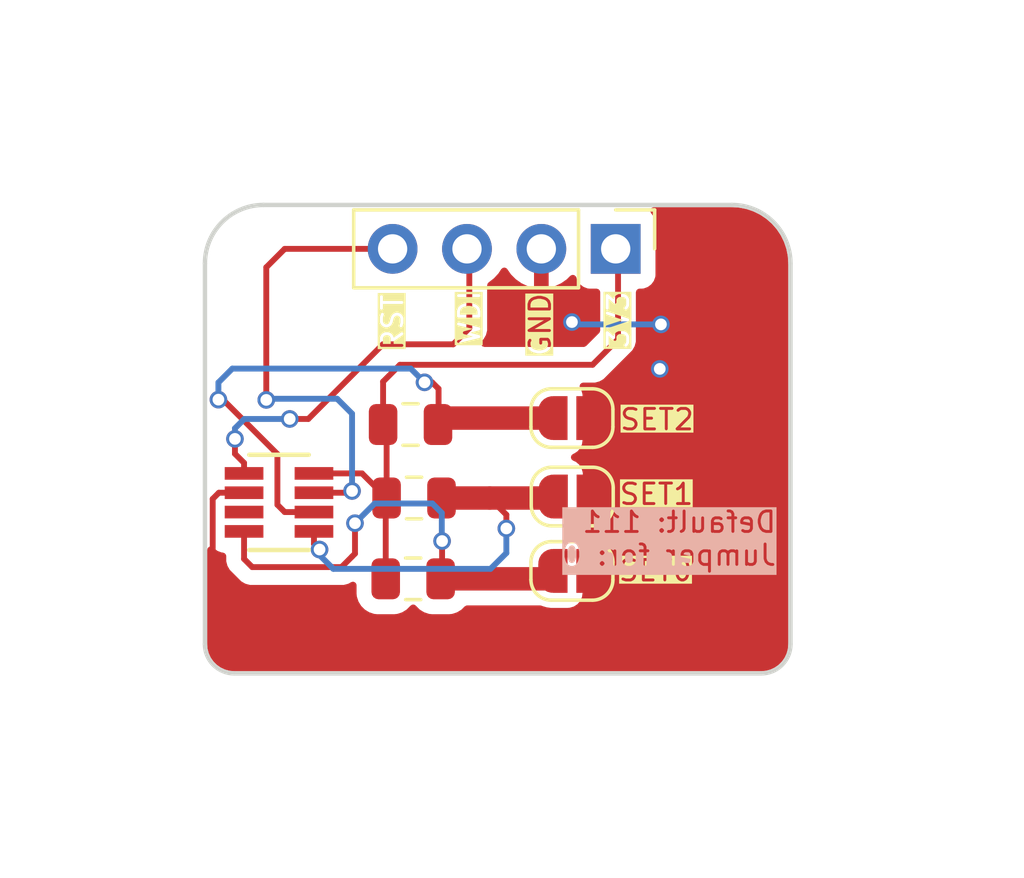
<source format=kicad_pcb>
(kicad_pcb (version 20240108) (generator "pcbnew") (generator_version "8.0")
  (layers (0 "F.Cu" signal) (31 "B.Cu" signal) (34 "B.Paste" user) (35 "F.Paste" user) (36 "B.SilkS" user "B.Silkscreen") (37 "F.SilkS" user "F.Silkscreen") (38 "B.Mask" user) (39 "F.Mask" user) (44 "Edge.Cuts" user))
  (net 0 "")
  (net 1 "GND")
  (net 2 "+3V3")
  (net 3 "RST")
  (net 5 "D8")
  (net 6 "Net-(JP1-B)")
  (net 7 "Net-(JP2-B)")
  (net 8 "Net-(JP3-B)")
  (footprint "Resistor_SMD:R_0805_2012Metric" (layer "F.Cu") (at 115.9375 94.84)
    (property "Reference" "R11" (hide yes))
    (property "Value" "10K")
    (fp_line (start -0.258578 -0.71) (end 0.258578 -0.71) (stroke (width 0.12)) (layer "F.SilkS"))
    (fp_line (start -0.258578 0.71) (end 0.258578 0.71) (stroke (width 0.12)) (layer "F.SilkS"))
    (pad "1" smd roundrect (at -0.9375 0) (size 0.975 1.4) (layers "F.Cu" "F.Paste" "F.Mask") (net 2 "+3V3"))
    (pad "2" smd roundrect (at 0.9375 0) (size 0.975 1.4) (layers "F.Cu" "F.Paste" "F.Mask") (net 6 "Net-(JP1-B)"))
  )
  (footprint "Resistor_SMD:R_0805_2012Metric" (layer "F.Cu") (at 115.8475 89.57 180)
    (property "Reference" "R12" (hide yes))
    (property "Value" "10K")
    (fp_line (start -0.258578 0.71) (end 0.258578 0.71) (stroke (width 0.12)) (layer "F.SilkS"))
    (fp_line (start -0.258578 -0.71) (end 0.258578 -0.71) (stroke (width 0.12)) (layer "F.SilkS"))
    (pad "1" smd roundrect (at -0.9375 0 180) (size 0.975 1.4) (layers "F.Cu" "F.Paste" "F.Mask") (net 8 "Net-(JP3-B)"))
    (pad "2" smd roundrect (at 0.9375 0 180) (size 0.975 1.4) (layers "F.Cu" "F.Paste" "F.Mask") (net 2 "+3V3"))
  )
  (footprint "Resistor_SMD:R_0805_2012Metric" (layer "F.Cu") (at 115.9675 92.08 180)
    (property "Reference" "R13" (hide yes))
    (property "Value" "10K")
    (fp_line (start -0.258578 0.71) (end 0.258578 0.71) (stroke (width 0.12)) (layer "F.SilkS"))
    (fp_line (start -0.258578 -0.71) (end 0.258578 -0.71) (stroke (width 0.12)) (layer "F.SilkS"))
    (pad "1" smd roundrect (at -0.9375 0 180) (size 0.975 1.4) (layers "F.Cu" "F.Paste" "F.Mask") (net 7 "Net-(JP2-B)"))
    (pad "2" smd roundrect (at 0.9375 0 180) (size 0.975 1.4) (layers "F.Cu" "F.Paste" "F.Mask") (net 2 "+3V3"))
  )
  (footprint "MAX6369KAT:21-0078H" (layer "F.Cu") (at 111.355 92.23)
    (property "Reference" "U6" (hide yes))
    (property "Value" "MAX6369KAT" (hide yes))
    (fp_line (start -1.016 1.6256) (end 1.016 1.6256) (stroke (width 0.1524)) (layer "F.SilkS"))
    (fp_line (start 1.016 -1.6256) (end -1.016 -1.6256) (stroke (width 0.1524)) (layer "F.SilkS"))
    (pad "1" smd rect (at -1.1938 -0.9906) (size 1.3208 0.4318) (layers "F.Cu" "F.Paste" "F.Mask") (net 5 "D8"))
    (pad "2" smd rect (at -1.1938 -0.3302) (size 1.3208 0.4318) (layers "F.Cu" "F.Paste" "F.Mask") (net 1 "GND"))
    (pad "3" smd rect (at -1.1938 0.3302) (size 1.3208 0.4318) (layers "F.Cu" "F.Paste" "F.Mask"))
    (pad "4" smd rect (at -1.1938 0.9906) (size 1.3208 0.4318) (layers "F.Cu" "F.Paste" "F.Mask") (net 6 "Net-(JP1-B)"))
    (pad "5" smd rect (at 1.1938 0.9906) (size 1.3208 0.4318) (layers "F.Cu" "F.Paste" "F.Mask") (net 7 "Net-(JP2-B)"))
    (pad "6" smd rect (at 1.1938 0.3302) (size 1.3208 0.4318) (layers "F.Cu" "F.Paste" "F.Mask") (net 8 "Net-(JP3-B)"))
    (pad "7" smd rect (at 1.1938 -0.3302) (size 1.3208 0.4318) (layers "F.Cu" "F.Paste" "F.Mask") (net 3 "RST"))
    (pad "8" smd rect (at 1.1938 -0.9906) (size 1.3208 0.4318) (layers "F.Cu" "F.Paste" "F.Mask") (net 2 "+3V3"))
  )
  (footprint "Jumper:SolderJumper-2_P1.3mm_Open_RoundedPad1.0x1.5mm" (layer "F.Cu") (at 121.36 94.57 180)
    (property "Reference" "JP1" (hide yes))
    (property "Value" "Jumper_2_Open")
    (fp_line (start 1.4 -0.3) (end 1.4 0.3) (stroke (width 0.12)) (layer "F.SilkS"))
    (fp_line (start 0.7 1) (end -0.7 1) (stroke (width 0.12)) (layer "F.SilkS"))
    (fp_line (start -0.7 -1) (end 0.7 -1) (stroke (width 0.12)) (layer "F.SilkS"))
    (fp_line (start -1.4 0.3) (end -1.4 -0.3) (stroke (width 0.12)) (layer "F.SilkS"))
    (fp_arc (start 1.4 0.3) (mid 1.194975 0.794975) (end 0.7 1) (stroke (width 0.12)) (layer "F.SilkS"))
    (fp_arc (start 0.7 -1) (mid 1.194975 -0.794975) (end 1.4 -0.3) (stroke (width 0.12)) (layer "F.SilkS"))
    (fp_arc (start -0.7 1) (mid -1.194975 0.794975) (end -1.4 0.3) (stroke (width 0.12)) (layer "F.SilkS"))
    (fp_arc (start -1.4 -0.3) (mid -1.194975 -0.794975) (end -0.7 -1) (stroke (width 0.12)) (layer "F.SilkS"))
    (pad "1" smd custom (at -0.65 0 180) (size 1 0.5) (layers "F.Cu" "F.Mask") (net 1 "GND") (options (clearance outline) (anchor rect)) (primitives (gr_circle (center 0 0.25) (end 0.5 0.25) (width 0) (fill yes)) (gr_circle (center 0 -0.25) (end 0.5 -0.25) (width 0) (fill yes)) (gr_poly (pts (xy 0.5 0.75) (xy 0 0.75) (xy 0 -0.75) (xy 0.5 -0.75)) (width 0) (fill yes))))
    (pad "2" smd custom (at 0.65 0 180) (size 1 0.5) (layers "F.Cu" "F.Mask") (net 6 "Net-(JP1-B)") (options (clearance outline) (anchor rect)) (primitives (gr_circle (center 0 0.25) (end 0.5 0.25) (width 0) (fill yes)) (gr_circle (center 0 -0.25) (end 0.5 -0.25) (width 0) (fill yes)) (gr_poly (pts (xy 0 0.75) (xy -0.5 0.75) (xy -0.5 -0.75) (xy 0 -0.75)) (width 0) (fill yes))))
  )
  (footprint "Jumper:SolderJumper-2_P1.3mm_Open_RoundedPad1.0x1.5mm" (layer "F.Cu") (at 121.37 92.03 180)
    (property "Reference" "JP2" (hide yes))
    (property "Value" "Jumper_2_Open")
    (fp_line (start 1.4 -0.3) (end 1.4 0.3) (stroke (width 0.12)) (layer "F.SilkS"))
    (fp_line (start 0.7 1) (end -0.7 1) (stroke (width 0.12)) (layer "F.SilkS"))
    (fp_line (start -0.7 -1) (end 0.7 -1) (stroke (width 0.12)) (layer "F.SilkS"))
    (fp_line (start -1.4 0.3) (end -1.4 -0.3) (stroke (width 0.12)) (layer "F.SilkS"))
    (fp_arc (start 1.4 0.3) (mid 1.194975 0.794975) (end 0.7 1) (stroke (width 0.12)) (layer "F.SilkS"))
    (fp_arc (start 0.7 -1) (mid 1.194975 -0.794975) (end 1.4 -0.3) (stroke (width 0.12)) (layer "F.SilkS"))
    (fp_arc (start -0.7 1) (mid -1.194975 0.794975) (end -1.4 0.3) (stroke (width 0.12)) (layer "F.SilkS"))
    (fp_arc (start -1.4 -0.3) (mid -1.194975 -0.794975) (end -0.7 -1) (stroke (width 0.12)) (layer "F.SilkS"))
    (pad "1" smd custom (at -0.65 0 180) (size 1 0.5) (layers "F.Cu" "F.Mask") (net 1 "GND") (options (clearance outline) (anchor rect)) (primitives (gr_circle (center 0 0.25) (end 0.5 0.25) (width 0) (fill yes)) (gr_circle (center 0 -0.25) (end 0.5 -0.25) (width 0) (fill yes)) (gr_poly (pts (xy 0.5 0.75) (xy 0 0.75) (xy 0 -0.75) (xy 0.5 -0.75)) (width 0) (fill yes))))
    (pad "2" smd custom (at 0.65 0 180) (size 1 0.5) (layers "F.Cu" "F.Mask") (net 7 "Net-(JP2-B)") (options (clearance outline) (anchor rect)) (primitives (gr_circle (center 0 0.25) (end 0.5 0.25) (width 0) (fill yes)) (gr_circle (center 0 -0.25) (end 0.5 -0.25) (width 0) (fill yes)) (gr_poly (pts (xy 0 0.75) (xy -0.5 0.75) (xy -0.5 -0.75) (xy 0 -0.75)) (width 0) (fill yes))))
  )
  (footprint "Connector_PinHeader_2.54mm:PinHeader_1x04_P2.54mm_Vertical" (layer "F.Cu") (at 122.855 83.57 -90)
    (property "Reference" "J1" (hide yes))
    (property "Value" "Conn_01x04_Pin")
    (fp_line (start -1.33 8.95) (end 1.33 8.95) (stroke (width 0.12)) (layer "F.SilkS"))
    (fp_line (start -1.33 1.27) (end -1.33 8.95) (stroke (width 0.12)) (layer "F.SilkS"))
    (fp_line (start -1.33 1.27) (end 1.33 1.27) (stroke (width 0.12)) (layer "F.SilkS"))
    (fp_line (start 1.33 1.27) (end 1.33 8.95) (stroke (width 0.12)) (layer "F.SilkS"))
    (fp_line (start -1.33 0) (end -1.33 -1.33) (stroke (width 0.12)) (layer "F.SilkS"))
    (fp_line (start -1.33 -1.33) (end 0 -1.33) (stroke (width 0.12)) (layer "F.SilkS"))
    (pad "1" thru_hole rect (at 0 0 270) (size 1.7 1.7) (drill 1) (layers "*.Cu" "*.Mask") (net 2 "+3V3"))
    (pad "2" thru_hole oval (at 0 2.54 270) (size 1.7 1.7) (drill 1) (layers "*.Cu" "*.Mask") (net 1 "GND"))
    (pad "3" thru_hole oval (at 0 5.08 270) (size 1.7 1.7) (drill 1) (layers "*.Cu" "*.Mask") (net 5 "D8"))
    (pad "4" thru_hole oval (at 0 7.62 270) (size 1.7 1.7) (drill 1) (layers "*.Cu" "*.Mask") (net 3 "RST"))
  )
  (footprint "Jumper:SolderJumper-2_P1.3mm_Open_RoundedPad1.0x1.5mm" (layer "F.Cu") (at 121.36 89.35 180)
    (property "Reference" "JP3" (hide yes))
    (property "Value" "Jumper_2_Open")
    (fp_line (start 1.4 -0.3) (end 1.4 0.3) (stroke (width 0.12)) (layer "F.SilkS"))
    (fp_line (start 0.7 1) (end -0.7 1) (stroke (width 0.12)) (layer "F.SilkS"))
    (fp_line (start -0.7 -1) (end 0.7 -1) (stroke (width 0.12)) (layer "F.SilkS"))
    (fp_line (start -1.4 0.3) (end -1.4 -0.3) (stroke (width 0.12)) (layer "F.SilkS"))
    (fp_arc (start 1.4 0.3) (mid 1.194975 0.794975) (end 0.7 1) (stroke (width 0.12)) (layer "F.SilkS"))
    (fp_arc (start 0.7 -1) (mid 1.194975 -0.794975) (end 1.4 -0.3) (stroke (width 0.12)) (layer "F.SilkS"))
    (fp_arc (start -0.7 1) (mid -1.194975 0.794975) (end -1.4 0.3) (stroke (width 0.12)) (layer "F.SilkS"))
    (fp_arc (start -1.4 -0.3) (mid -1.194975 -0.794975) (end -0.7 -1) (stroke (width 0.12)) (layer "F.SilkS"))
    (pad "1" smd custom (at -0.65 0 180) (size 1 0.5) (layers "F.Cu" "F.Mask") (net 1 "GND") (options (clearance outline) (anchor rect)) (primitives (gr_circle (center 0 0.25) (end 0.5 0.25) (width 0) (fill yes)) (gr_circle (center 0 -0.25) (end 0.5 -0.25) (width 0) (fill yes)) (gr_poly (pts (xy 0.5 0.75) (xy 0 0.75) (xy 0 -0.75) (xy 0.5 -0.75)) (width 0) (fill yes))))
    (pad "2" smd custom (at 0.65 0 180) (size 1 0.5) (layers "F.Cu" "F.Mask") (net 8 "Net-(JP3-B)") (options (clearance outline) (anchor rect)) (primitives (gr_circle (center 0 0.25) (end 0.5 0.25) (width 0) (fill yes)) (gr_circle (center 0 -0.25) (end 0.5 -0.25) (width 0) (fill yes)) (gr_poly (pts (xy 0 0.75) (xy -0.5 0.75) (xy -0.5 -0.75) (xy 0 -0.75)) (width 0) (fill yes))))
  )
  (gr_arc (start 109.825 98.07) (mid 109.117893 97.777107) (end 108.825 97.07) (stroke (width 0.15)) (layer "Edge.Cuts"))
  (gr_line (start 108.825 84.07) (end 108.825 97.07) (stroke (width 0.15)) (layer "Edge.Cuts"))
  (gr_arc (start 126.825 82.07) (mid 128.239214 82.655786) (end 128.825 84.07) (stroke (width 0.15)) (layer "Edge.Cuts"))
  (gr_arc (start 108.825 84.07) (mid 109.410786 82.655786) (end 110.825 82.07) (stroke (width 0.15)) (layer "Edge.Cuts"))
  (gr_line (start 109.825 98.07) (end 127.825 98.07) (stroke (width 0.15)) (layer "Edge.Cuts"))
  (gr_line (start 126.825 82.07) (end 110.825 82.07) (stroke (width 0.15)) (layer "Edge.Cuts"))
  (gr_line (start 128.825 97.07) (end 128.825 84.07) (stroke (width 0.15)) (layer "Edge.Cuts"))
  (gr_arc (start 128.825 97.07) (mid 128.532107 97.777107) (end 127.825 98.07) (stroke (width 0.15)) (layer "Edge.Cuts"))
  (gr_text "Default: 111\nJumper for: 0" (at 128.39 94.44 0) (layer "B.SilkS" knockout) (effects (font (size 0.7 0.7) (thickness 0.1)) (justify left bottom mirror)))
  (gr_text "SET0" (at 122.9 94.97 0) (layer "F.SilkS" knockout) (effects (font (size 0.7 0.7) (thickness 0.1)) (justify left bottom)))
  (gr_text "GND" (at 120.685 87.29 90) (layer "F.SilkS" knockout) (effects (font (size 0.7 0.7) (thickness 0.1)) (justify left bottom)))
  (gr_text "3V3" (at 123.355 87.03 90) (layer "F.SilkS" knockout) (effects (font (size 0.7 0.7) (thickness 0.1)) (justify left bottom)))
  (gr_text "SET2" (at 122.95 89.81 0) (layer "F.SilkS" knockout) (effects (font (size 0.7 0.7) (thickness 0.1)) (justify left bottom)))
  (gr_text "SET1" (at 122.93 92.36 0) (layer "F.SilkS" knockout) (effects (font (size 0.7 0.7) (thickness 0.1)) (justify left bottom)))
  (gr_text "WDI" (at 118.275 86.9 90) (layer "F.SilkS" knockout) (effects (font (size 0.7 0.7) (thickness 0.1)) (justify left bottom)))
  (gr_text "RST" (at 115.645 87.1 90) (layer "F.SilkS" knockout) (effects (font (size 0.7 0.7) (thickness 0.1)) (justify left bottom)))
  (segment (start 121.27 97.07) (end 122.05 96.29) (width 0.2) (layer "F.Cu") (net 1))
  (segment (start 109.3008 91.8998) (end 109.09 92.1106) (width 0.2) (layer "F.Cu") (net 1))
  (segment (start 110.05 97.07) (end 121.27 97.07) (width 0.2) (layer "F.Cu") (net 1))
  (segment (start 122.01 96.25) (end 122.01 94.57) (width 0.2) (layer "F.Cu") (net 1))
  (segment (start 123.7 89.35) (end 124.36 88.69) (width 0.2) (layer "F.Cu") (net 1))
  (segment (start 110.1612 91.8998) (end 109.3008 91.8998) (width 0.2) (layer "F.Cu") (net 1))
  (segment (start 109.09 92.1106) (end 109.09 96.11) (width 0.2) (layer "F.Cu") (net 1))
  (segment (start 122.05 96.29) (end 122.01 96.25) (width 0.2) (layer "F.Cu") (net 1))
  (segment (start 124.36 88.69) (end 124.36 87.67) (width 0.2) (layer "F.Cu") (net 1))
  (segment (start 109.09 96.11) (end 110.05 97.07) (width 0.2) (layer "F.Cu") (net 1))
  (segment (start 122.01 89.35) (end 123.7 89.35) (width 0.2) (layer "F.Cu") (net 1))
  (via (at 124.4 86.15) (size 0.6) (drill 0.4) (layers "F.Cu" "B.Cu") (net 1))
  (via (at 124.36 87.67) (size 0.6) (drill 0.4) (layers "F.Cu" "B.Cu") (net 1))
  (via (at 121.36 86.07) (size 0.6) (drill 0.4) (layers "F.Cu" "B.Cu") (net 1))
  (segment (start 121.36 86.07) (end 121.44 86.15) (width 0.2) (layer "B.Cu") (net 1))
  (segment (start 121.44 86.15) (end 124.4 86.15) (width 0.2) (layer "B.Cu") (net 1))
  (segment (start 114.91 89.57) (end 114.91 88.105) (width 0.2) (layer "F.Cu") (net 2))
  (segment (start 115.03 92.08) (end 115.03 89.69) (width 0.2) (layer "F.Cu") (net 2))
  (segment (start 112.5488 91.2394) (end 114.1894 91.2394) (width 0.2) (layer "F.Cu") (net 2))
  (segment (start 122.935 83.65) (end 122.855 83.57) (width 0.2) (layer "F.Cu") (net 2))
  (segment (start 122.065 87.53) (end 122.935 86.66) (width 0.2) (layer "F.Cu") (net 2))
  (segment (start 114.91 88.105) (end 115.485 87.53) (width 0.2) (layer "F.Cu") (net 2))
  (segment (start 115 92.11) (end 115.03 92.08) (width 0.2) (layer "F.Cu") (net 2))
  (segment (start 115 94.84) (end 115 92.11) (width 0.2) (layer "F.Cu") (net 2))
  (segment (start 115.03 89.69) (end 114.91 89.57) (width 0.2) (layer "F.Cu") (net 2))
  (segment (start 122.935 86.66) (end 122.935 83.65) (width 0.2) (layer "F.Cu") (net 2))
  (segment (start 114.1894 91.2394) (end 115.03 92.08) (width 0.2) (layer "F.Cu") (net 2))
  (segment (start 115.485 87.53) (end 122.065 87.53) (width 0.2) (layer "F.Cu") (net 2))
  (segment (start 110.92 88.7295) (end 110.92 84.2) (width 0.2) (layer "F.Cu") (net 3))
  (segment (start 111.55 83.57) (end 115.235 83.57) (width 0.2) (layer "F.Cu") (net 3))
  (segment (start 113.7902 91.8998) (end 113.85 91.84) (width 0.2) (layer "F.Cu") (net 3))
  (segment (start 110.92 84.2) (end 111.55 83.57) (width 0.2) (layer "F.Cu") (net 3))
  (segment (start 112.5488 91.8998) (end 113.7902 91.8998) (width 0.2) (layer "F.Cu") (net 3))
  (via (at 113.85 91.84) (size 0.6) (drill 0.4) (layers "F.Cu" "B.Cu") (net 3))
  (via (at 110.92 88.7295) (size 0.6) (drill 0.4) (layers "F.Cu" "B.Cu") (net 3))
  (segment (start 110.92 88.7295) (end 110.9595 88.69) (width 0.2) (layer "B.Cu") (net 3))
  (segment (start 113.85 89.2) (end 113.85 91.84) (width 0.2) (layer "B.Cu") (net 3))
  (segment (start 113.34 88.69) (end 113.85 89.2) (width 0.2) (layer "B.Cu") (net 3))
  (segment (start 110.9595 88.69) (end 113.34 88.69) (width 0.2) (layer "B.Cu") (net 3))
  (segment (start 117.855 86.28) (end 117.855 83.65) (width 0.2) (layer "F.Cu") (net 5))
  (segment (start 117.305 86.83) (end 117.855 86.28) (width 0.2) (layer "F.Cu") (net 5))
  (segment (start 109.85 90.57) (end 110.1612 90.8812) (width 0.2) (layer "F.Cu") (net 5))
  (segment (start 109.85 90.06) (end 109.85 90.57) (width 0.2) (layer "F.Cu") (net 5))
  (segment (start 110.1612 90.8812) (end 110.1612 91.2394) (width 0.2) (layer "F.Cu") (net 5))
  (segment (start 114.905 86.83) (end 117.305 86.83) (width 0.2) (layer "F.Cu") (net 5))
  (segment (start 111.72 89.38) (end 112.355 89.38) (width 0.2) (layer "F.Cu") (net 5))
  (segment (start 117.855 83.65) (end 117.775 83.57) (width 0.2) (layer "F.Cu") (net 5))
  (segment (start 112.355 89.38) (end 114.905 86.83) (width 0.2) (layer "F.Cu") (net 5))
  (via (at 109.85 90.06) (size 0.6) (drill 0.4) (layers "F.Cu" "B.Cu") (net 5))
  (via (at 111.72 89.38) (size 0.6) (drill 0.4) (layers "F.Cu" "B.Cu") (net 5))
  (segment (start 110.17 89.38) (end 109.85 89.7) (width 0.2) (layer "B.Cu") (net 5))
  (segment (start 111.72 89.38) (end 110.17 89.38) (width 0.2) (layer "B.Cu") (net 5))
  (segment (start 109.85 89.7) (end 109.85 90.06) (width 0.2) (layer "B.Cu") (net 5))
  (segment (start 120.44 94.84) (end 120.71 94.57) (width 0.8) (layer "F.Cu") (net 6))
  (segment (start 116.875 94.84) (end 120.44 94.84) (width 0.8) (layer "F.Cu") (net 6))
  (segment (start 110.44 94.44) (end 113.49 94.44) (width 0.2) (layer "F.Cu") (net 6))
  (segment (start 113.85 94.08) (end 113.95 93.98) (width 0.2) (layer "F.Cu") (net 6))
  (segment (start 110.1612 94.1612) (end 110.44 94.44) (width 0.2) (layer "F.Cu") (net 6))
  (segment (start 116.925 94.79) (end 116.875 94.84) (width 0.2) (layer "F.Cu") (net 6))
  (segment (start 113.95 93.98) (end 113.95 92.94) (width 0.2) (layer "F.Cu") (net 6))
  (segment (start 113.49 94.44) (end 113.85 94.08) (width 0.2) (layer "F.Cu") (net 6))
  (segment (start 116.925 93.55) (end 116.925 94.79) (width 0.2) (layer "F.Cu") (net 6))
  (segment (start 110.1612 93.2206) (end 110.1612 94.1612) (width 0.2) (layer "F.Cu") (net 6))
  (via (at 116.925 93.55) (size 0.6) (drill 0.4) (layers "F.Cu" "B.Cu") (net 6))
  (via (at 113.95 92.94) (size 0.6) (drill 0.4) (layers "F.Cu" "B.Cu") (net 6))
  (segment (start 116.915 93.54) (end 116.925 93.55) (width 0.2) (layer "B.Cu") (net 6))
  (segment (start 113.95 92.94) (end 114.6225 92.2675) (width 0.2) (layer "B.Cu") (net 6))
  (segment (start 114.6225 92.2675) (end 116.5925 92.2675) (width 0.2) (layer "B.Cu") (net 6))
  (segment (start 116.915 92.59) (end 116.915 93.54) (width 0.2) (layer "B.Cu") (net 6))
  (segment (start 116.5925 92.2675) (end 116.915 92.59) (width 0.2) (layer "B.Cu") (net 6))
  (segment (start 119.12 92.65) (end 118.55 92.08) (width 0.2) (layer "F.Cu") (net 7))
  (segment (start 112.5488 93.6488) (end 112.74 93.84) (width 0.2) (layer "F.Cu") (net 7))
  (segment (start 116.905 92.08) (end 118.55 92.08) (width 0.8) (layer "F.Cu") (net 7))
  (segment (start 120.67 92.08) (end 120.72 92.03) (width 0.8) (layer "F.Cu") (net 7))
  (segment (start 112.5488 93.2206) (end 112.5488 93.6488) (width 0.2) (layer "F.Cu") (net 7))
  (segment (start 118.55 92.08) (end 120.67 92.08) (width 0.8) (layer "F.Cu") (net 7))
  (segment (start 119.12 93.12) (end 119.12 92.65) (width 0.2) (layer "F.Cu") (net 7))
  (via (at 119.12 93.12) (size 0.6) (drill 0.4) (layers "F.Cu" "B.Cu") (net 7))
  (via (at 112.74 93.84) (size 0.6) (drill 0.4) (layers "F.Cu" "B.Cu") (net 7))
  (segment (start 119.12 93.12) (end 119.12 93.96) (width 0.2) (layer "B.Cu") (net 7))
  (segment (start 112.74 93.84) (end 112.74 94.03) (width 0.2) (layer "B.Cu") (net 7))
  (segment (start 112.74 94.03) (end 113.21 94.5) (width 0.2) (layer "B.Cu") (net 7))
  (segment (start 119.12 93.96) (end 118.58 94.5) (width 0.2) (layer "B.Cu") (net 7))
  (segment (start 113.21 94.5) (end 118.58 94.5) (width 0.2) (layer "B.Cu") (net 7))
  (segment (start 116.805 89.55) (end 116.805 88.35) (width 0.2) (layer "F.Cu") (net 8))
  (segment (start 109.285 88.72) (end 109.44 88.72) (width 0.2) (layer "F.Cu") (net 8))
  (segment (start 111.3 90.58) (end 111.3 92.31) (width 0.2) (layer "F.Cu") (net 8))
  (segment (start 109.44 88.72) (end 111.3 90.58) (width 0.2) (layer "F.Cu") (net 8))
  (segment (start 116.805 89.55) (end 116.785 89.57) (width 0.2) (layer "F.Cu") (net 8))
  (segment (start 111.5502 92.5602) (end 112.5488 92.5602) (width 0.2) (layer "F.Cu") (net 8))
  (segment (start 111.3 92.31) (end 111.5502 92.5602) (width 0.2) (layer "F.Cu") (net 8))
  (segment (start 117.005 89.35) (end 120.71 89.35) (width 0.8) (layer "F.Cu") (net 8))
  (segment (start 116.805 88.35) (end 116.775 88.32) (width 0.2) (layer "F.Cu") (net 8))
  (segment (start 116.775 88.32) (end 116.5845 88.1295) (width 0.2) (layer "F.Cu") (net 8))
  (segment (start 116.805 89.55) (end 117.005 89.35) (width 0.8) (layer "F.Cu") (net 8))
  (segment (start 116.5845 88.1295) (end 116.325 88.1295) (width 0.2) (layer "F.Cu") (net 8))
  (via (at 116.325 88.1295) (size 0.6) (drill 0.4) (layers "F.Cu" "B.Cu") (net 8))
  (via (at 109.285 88.72) (size 0.6) (drill 0.4) (layers "F.Cu" "B.Cu") (net 8))
  (segment (start 109.285 88.135) (end 109.76 87.66) (width 0.2) (layer "B.Cu") (net 8))
  (segment (start 109.76 87.66) (end 115.8555 87.66) (width 0.2) (layer "B.Cu") (net 8))
  (segment (start 115.8555 87.66) (end 116.325 88.1295) (width 0.2) (layer "B.Cu") (net 8))
  (segment (start 109.285 88.72) (end 109.285 88.135) (width 0.2) (layer "B.Cu") (net 8))
  (zone (net 1) (net_name "GND") (layer "F.Cu") (priority 1) (connect_pads (clearance 0.508)) (min_thickness 0.25) (fill yes (thermal_gap 0.5) (thermal_bridge_width 0.5))
    (polygon (pts (xy 136.825 105.07) (xy 101.825 105.07) (xy 101.825 75.07) (xy 136.825 75.07)))
  )
)
</source>
